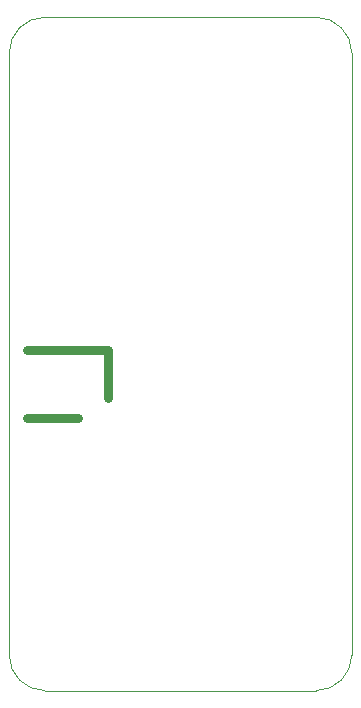
<source format=gm1>
G04 #@! TF.FileFunction,Profile,NP*
%FSLAX46Y46*%
G04 Gerber Fmt 4.6, Leading zero omitted, Abs format (unit mm)*
G04 Created by KiCad (PCBNEW (2016-05-05 BZR 6775)-product) date Monday, 20 June 2016 'amt' 00:31:08*
%MOMM*%
%LPD*%
G01*
G04 APERTURE LIST*
%ADD10C,0.100000*%
%ADD11C,0.800000*%
G04 APERTURE END LIST*
D10*
D11*
X113500000Y-119950000D02*
X117850000Y-119950000D01*
X120350000Y-114150000D02*
X120350000Y-118250000D01*
X113500000Y-114150000D02*
X120350000Y-114150000D01*
D10*
X112000000Y-89000000D02*
X112000000Y-140000000D01*
X138000000Y-86000000D02*
X115000000Y-86000000D01*
X141000000Y-140000000D02*
X141000000Y-89000000D01*
X115000000Y-143000000D02*
X138000000Y-143000000D01*
X112000000Y-140000000D02*
G75*
G03X115000000Y-143000000I3000000J0D01*
G01*
X115000000Y-86000000D02*
G75*
G03X112000000Y-89000000I0J-3000000D01*
G01*
X141000000Y-89000000D02*
G75*
G03X138000000Y-86000000I-3000000J0D01*
G01*
X138000000Y-143000000D02*
G75*
G03X141000000Y-140000000I0J3000000D01*
G01*
M02*

</source>
